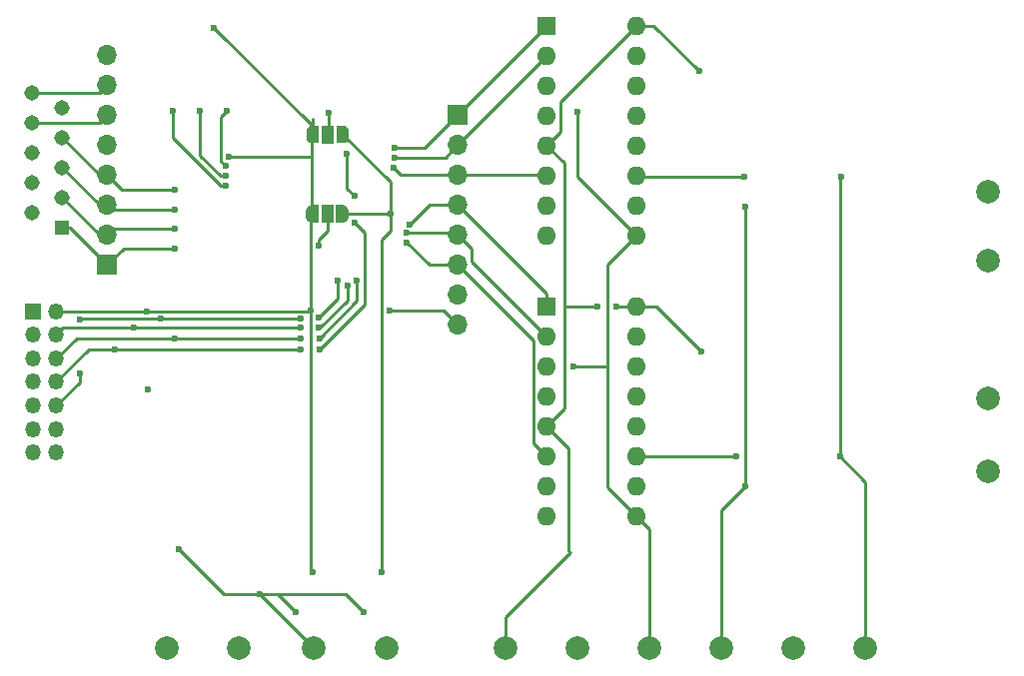
<source format=gbr>
G04 #@! TF.GenerationSoftware,KiCad,Pcbnew,(5.1.9-0-10_14)*
G04 #@! TF.CreationDate,2021-04-25T13:48:21+02:00*
G04 #@! TF.ProjectId,dac-i2s-nos,6461632d-6932-4732-9d6e-6f732e6b6963,rev?*
G04 #@! TF.SameCoordinates,Original*
G04 #@! TF.FileFunction,Copper,L2,Bot*
G04 #@! TF.FilePolarity,Positive*
%FSLAX46Y46*%
G04 Gerber Fmt 4.6, Leading zero omitted, Abs format (unit mm)*
G04 Created by KiCad (PCBNEW (5.1.9-0-10_14)) date 2021-04-25 13:48:21*
%MOMM*%
%LPD*%
G01*
G04 APERTURE LIST*
G04 #@! TA.AperFunction,ComponentPad*
%ADD10O,1.350000X1.350000*%
G04 #@! TD*
G04 #@! TA.AperFunction,ComponentPad*
%ADD11R,1.350000X1.350000*%
G04 #@! TD*
G04 #@! TA.AperFunction,ComponentPad*
%ADD12O,1.700000X1.700000*%
G04 #@! TD*
G04 #@! TA.AperFunction,ComponentPad*
%ADD13R,1.700000X1.700000*%
G04 #@! TD*
G04 #@! TA.AperFunction,ComponentPad*
%ADD14C,2.000000*%
G04 #@! TD*
G04 #@! TA.AperFunction,ComponentPad*
%ADD15O,1.600000X1.600000*%
G04 #@! TD*
G04 #@! TA.AperFunction,ComponentPad*
%ADD16R,1.600000X1.600000*%
G04 #@! TD*
G04 #@! TA.AperFunction,SMDPad,CuDef*
%ADD17R,1.000000X1.500000*%
G04 #@! TD*
G04 #@! TA.AperFunction,SMDPad,CuDef*
%ADD18C,0.100000*%
G04 #@! TD*
G04 #@! TA.AperFunction,ComponentPad*
%ADD19R,1.308000X1.308000*%
G04 #@! TD*
G04 #@! TA.AperFunction,ComponentPad*
%ADD20C,1.308000*%
G04 #@! TD*
G04 #@! TA.AperFunction,ViaPad*
%ADD21C,0.600000*%
G04 #@! TD*
G04 #@! TA.AperFunction,Conductor*
%ADD22C,0.250000*%
G04 #@! TD*
G04 APERTURE END LIST*
D10*
X114808000Y-105599000D03*
X112808000Y-105599000D03*
X114808000Y-103599000D03*
X112808000Y-103599000D03*
X114808000Y-101599000D03*
X112808000Y-101599000D03*
X114808000Y-99599000D03*
X112808000Y-99599000D03*
X114808000Y-97599000D03*
X112808000Y-97599000D03*
X114808000Y-95599000D03*
X112808000Y-95599000D03*
X114808000Y-93599000D03*
D11*
X112808000Y-93599000D03*
D12*
X148844000Y-94742000D03*
X148844000Y-92202000D03*
X148844000Y-89662000D03*
X148844000Y-87122000D03*
X148844000Y-84582000D03*
X148844000Y-82042000D03*
X148844000Y-79502000D03*
D13*
X148844000Y-76962000D03*
D14*
X193802000Y-100965000D03*
X193802000Y-107188000D03*
D15*
X163978000Y-93218000D03*
X156358000Y-110998000D03*
X163978000Y-95758000D03*
X156358000Y-108458000D03*
X163978000Y-98298000D03*
X156358000Y-105918000D03*
X163978000Y-100838000D03*
X156358000Y-103378000D03*
X163978000Y-103378000D03*
X156358000Y-100838000D03*
X163978000Y-105918000D03*
X156358000Y-98298000D03*
X163978000Y-108458000D03*
X156358000Y-95758000D03*
X163978000Y-110998000D03*
D16*
X156358000Y-93218000D03*
D14*
X177292000Y-122174000D03*
X171196000Y-122174000D03*
X183388000Y-122174000D03*
X193802000Y-89281000D03*
X193802000Y-83439000D03*
X159004000Y-122174000D03*
X152908000Y-122174000D03*
X165100000Y-122174000D03*
D15*
X164002501Y-69393001D03*
X156382501Y-87173001D03*
X164002501Y-71933001D03*
X156382501Y-84633001D03*
X164002501Y-74473001D03*
X156382501Y-82093001D03*
X164002501Y-77013001D03*
X156382501Y-79553001D03*
X164002501Y-79553001D03*
X156382501Y-77013001D03*
X164002501Y-82093001D03*
X156382501Y-74473001D03*
X164002501Y-84633001D03*
X156382501Y-71933001D03*
X164002501Y-87173001D03*
D16*
X156382501Y-69393001D03*
D17*
X137795000Y-78613000D03*
G04 #@! TA.AperFunction,SMDPad,CuDef*
D18*
G36*
X139095000Y-77863602D02*
G01*
X139119534Y-77863602D01*
X139168365Y-77868412D01*
X139216490Y-77877984D01*
X139263445Y-77892228D01*
X139308778Y-77911005D01*
X139352051Y-77934136D01*
X139392850Y-77961396D01*
X139430779Y-77992524D01*
X139465476Y-78027221D01*
X139496604Y-78065150D01*
X139523864Y-78105949D01*
X139546995Y-78149222D01*
X139565772Y-78194555D01*
X139580016Y-78241510D01*
X139589588Y-78289635D01*
X139594398Y-78338466D01*
X139594398Y-78363000D01*
X139595000Y-78363000D01*
X139595000Y-78863000D01*
X139594398Y-78863000D01*
X139594398Y-78887534D01*
X139589588Y-78936365D01*
X139580016Y-78984490D01*
X139565772Y-79031445D01*
X139546995Y-79076778D01*
X139523864Y-79120051D01*
X139496604Y-79160850D01*
X139465476Y-79198779D01*
X139430779Y-79233476D01*
X139392850Y-79264604D01*
X139352051Y-79291864D01*
X139308778Y-79314995D01*
X139263445Y-79333772D01*
X139216490Y-79348016D01*
X139168365Y-79357588D01*
X139119534Y-79362398D01*
X139095000Y-79362398D01*
X139095000Y-79363000D01*
X138545000Y-79363000D01*
X138545000Y-77863000D01*
X139095000Y-77863000D01*
X139095000Y-77863602D01*
G37*
G04 #@! TD.AperFunction*
G04 #@! TA.AperFunction,SMDPad,CuDef*
G36*
X137045000Y-79363000D02*
G01*
X136495000Y-79363000D01*
X136495000Y-79362398D01*
X136470466Y-79362398D01*
X136421635Y-79357588D01*
X136373510Y-79348016D01*
X136326555Y-79333772D01*
X136281222Y-79314995D01*
X136237949Y-79291864D01*
X136197150Y-79264604D01*
X136159221Y-79233476D01*
X136124524Y-79198779D01*
X136093396Y-79160850D01*
X136066136Y-79120051D01*
X136043005Y-79076778D01*
X136024228Y-79031445D01*
X136009984Y-78984490D01*
X136000412Y-78936365D01*
X135995602Y-78887534D01*
X135995602Y-78863000D01*
X135995000Y-78863000D01*
X135995000Y-78363000D01*
X135995602Y-78363000D01*
X135995602Y-78338466D01*
X136000412Y-78289635D01*
X136009984Y-78241510D01*
X136024228Y-78194555D01*
X136043005Y-78149222D01*
X136066136Y-78105949D01*
X136093396Y-78065150D01*
X136124524Y-78027221D01*
X136159221Y-77992524D01*
X136197150Y-77961396D01*
X136237949Y-77934136D01*
X136281222Y-77911005D01*
X136326555Y-77892228D01*
X136373510Y-77877984D01*
X136421635Y-77868412D01*
X136470466Y-77863602D01*
X136495000Y-77863602D01*
X136495000Y-77863000D01*
X137045000Y-77863000D01*
X137045000Y-79363000D01*
G37*
G04 #@! TD.AperFunction*
D17*
X137765000Y-85344000D03*
G04 #@! TA.AperFunction,SMDPad,CuDef*
D18*
G36*
X139065000Y-84594602D02*
G01*
X139089534Y-84594602D01*
X139138365Y-84599412D01*
X139186490Y-84608984D01*
X139233445Y-84623228D01*
X139278778Y-84642005D01*
X139322051Y-84665136D01*
X139362850Y-84692396D01*
X139400779Y-84723524D01*
X139435476Y-84758221D01*
X139466604Y-84796150D01*
X139493864Y-84836949D01*
X139516995Y-84880222D01*
X139535772Y-84925555D01*
X139550016Y-84972510D01*
X139559588Y-85020635D01*
X139564398Y-85069466D01*
X139564398Y-85094000D01*
X139565000Y-85094000D01*
X139565000Y-85594000D01*
X139564398Y-85594000D01*
X139564398Y-85618534D01*
X139559588Y-85667365D01*
X139550016Y-85715490D01*
X139535772Y-85762445D01*
X139516995Y-85807778D01*
X139493864Y-85851051D01*
X139466604Y-85891850D01*
X139435476Y-85929779D01*
X139400779Y-85964476D01*
X139362850Y-85995604D01*
X139322051Y-86022864D01*
X139278778Y-86045995D01*
X139233445Y-86064772D01*
X139186490Y-86079016D01*
X139138365Y-86088588D01*
X139089534Y-86093398D01*
X139065000Y-86093398D01*
X139065000Y-86094000D01*
X138515000Y-86094000D01*
X138515000Y-84594000D01*
X139065000Y-84594000D01*
X139065000Y-84594602D01*
G37*
G04 #@! TD.AperFunction*
G04 #@! TA.AperFunction,SMDPad,CuDef*
G36*
X137015000Y-86094000D02*
G01*
X136465000Y-86094000D01*
X136465000Y-86093398D01*
X136440466Y-86093398D01*
X136391635Y-86088588D01*
X136343510Y-86079016D01*
X136296555Y-86064772D01*
X136251222Y-86045995D01*
X136207949Y-86022864D01*
X136167150Y-85995604D01*
X136129221Y-85964476D01*
X136094524Y-85929779D01*
X136063396Y-85891850D01*
X136036136Y-85851051D01*
X136013005Y-85807778D01*
X135994228Y-85762445D01*
X135979984Y-85715490D01*
X135970412Y-85667365D01*
X135965602Y-85618534D01*
X135965602Y-85594000D01*
X135965000Y-85594000D01*
X135965000Y-85094000D01*
X135965602Y-85094000D01*
X135965602Y-85069466D01*
X135970412Y-85020635D01*
X135979984Y-84972510D01*
X135994228Y-84925555D01*
X136013005Y-84880222D01*
X136036136Y-84836949D01*
X136063396Y-84796150D01*
X136094524Y-84758221D01*
X136129221Y-84723524D01*
X136167150Y-84692396D01*
X136207949Y-84665136D01*
X136251222Y-84642005D01*
X136296555Y-84623228D01*
X136343510Y-84608984D01*
X136391635Y-84599412D01*
X136440466Y-84594602D01*
X136465000Y-84594602D01*
X136465000Y-84594000D01*
X137015000Y-84594000D01*
X137015000Y-86094000D01*
G37*
G04 #@! TD.AperFunction*
D19*
X115294000Y-86490000D03*
D20*
X112754000Y-85220000D03*
X115294000Y-83950000D03*
X112754000Y-82680000D03*
X115294000Y-81410000D03*
X112754000Y-80140000D03*
X115294000Y-78870000D03*
X112754000Y-77600000D03*
X115294000Y-76330000D03*
X112754000Y-75060000D03*
D12*
X119126000Y-71882000D03*
X119126000Y-74422000D03*
X119126000Y-76962000D03*
X119126000Y-79502000D03*
X119126000Y-82042000D03*
X119126000Y-84582000D03*
X119126000Y-87122000D03*
D13*
X119126000Y-89662000D03*
D14*
X130302000Y-122174000D03*
X124206000Y-122174000D03*
X142811500Y-122174000D03*
X136652000Y-122174000D03*
D21*
X122555000Y-100203000D03*
X136530000Y-115755500D03*
X129387000Y-80544000D03*
X128190000Y-69549000D03*
X122491500Y-93599000D03*
X136365999Y-93545500D03*
X143065500Y-93535500D03*
X124714000Y-76581000D03*
X129159000Y-82931000D03*
X142367000Y-115697000D03*
X143129000Y-85344000D03*
X137856000Y-76774000D03*
X124841000Y-83312000D03*
X124841000Y-84963000D03*
X124841000Y-86614000D03*
X124841000Y-88265000D03*
X125222000Y-113792000D03*
X135128000Y-119126000D03*
X140843000Y-119126000D03*
X132080000Y-117602000D03*
X140271500Y-90995500D03*
X137096500Y-95885000D03*
X135509000Y-95885000D03*
X124841000Y-95885000D03*
X139446000Y-80264000D03*
X140081000Y-83820000D03*
X140081000Y-86106000D03*
X137096500Y-96837500D03*
X135509000Y-96837500D03*
X119761000Y-96837500D03*
X138684000Y-90995500D03*
X137033000Y-94170500D03*
X135509000Y-94224000D03*
X116776500Y-98869500D03*
X116776500Y-94297500D03*
X123644500Y-94224000D03*
X139453895Y-91437231D03*
X137033000Y-94996000D03*
X135509000Y-95024003D03*
X121383997Y-95024003D03*
X137033000Y-88074500D03*
X129286000Y-76581000D03*
X129150272Y-81308175D03*
X127000000Y-76581000D03*
X129159000Y-82130997D03*
X143510000Y-79756000D03*
X144780000Y-86233000D03*
X159004000Y-76708000D03*
X158623000Y-98298000D03*
X169304500Y-73265500D03*
X169456500Y-96989500D03*
X162306000Y-93218000D03*
X160655000Y-93218000D03*
X173101000Y-82169000D03*
X173228000Y-84709000D03*
X173228000Y-108458000D03*
X181356000Y-82169000D03*
X181229000Y-105918000D03*
X172466000Y-105918000D03*
X143383000Y-81407000D03*
X143510000Y-80556003D03*
X144526969Y-87774571D03*
X144482887Y-86975784D03*
D22*
X136530000Y-115755500D02*
X136365999Y-115591499D01*
X136495000Y-77854000D02*
X128190000Y-69549000D01*
X136495000Y-78613000D02*
X136495000Y-77854000D01*
X136495000Y-77854000D02*
X136495000Y-77320998D01*
X136365999Y-85443001D02*
X136465000Y-85344000D01*
X136465000Y-78643000D02*
X136495000Y-78613000D01*
X136424000Y-80544000D02*
X136465000Y-80585000D01*
X136465000Y-80585000D02*
X136465000Y-78643000D01*
X129387000Y-80544000D02*
X136424000Y-80544000D01*
X136465000Y-85344000D02*
X136465000Y-80585000D01*
X136271000Y-93599000D02*
X136365999Y-93693999D01*
X136365999Y-93693999D02*
X136365999Y-85443001D01*
X136365999Y-98457001D02*
X136365999Y-93693999D01*
X136365999Y-98584001D02*
X136365999Y-98457001D01*
X136333998Y-98552000D02*
X136365999Y-98584001D01*
X136365999Y-115591499D02*
X136365999Y-98584001D01*
X122682000Y-93599000D02*
X136271000Y-93599000D01*
X122491500Y-93599000D02*
X122682000Y-93599000D01*
X114808000Y-93599000D02*
X122491500Y-93599000D01*
X148844000Y-94742000D02*
X147637500Y-93535500D01*
X147637500Y-93535500D02*
X143065500Y-93535500D01*
X124714000Y-78910264D02*
X124714000Y-76581000D01*
X128734736Y-82931000D02*
X124714000Y-78910264D01*
X129159000Y-82931000D02*
X128734736Y-82931000D01*
X143129000Y-85344000D02*
X143129000Y-82647000D01*
X139065000Y-85344000D02*
X143129000Y-85344000D01*
X143129000Y-82647000D02*
X139095000Y-78613000D01*
X143129000Y-85344000D02*
X143129000Y-86804500D01*
X142367000Y-87566500D02*
X142367000Y-115697000D01*
X143129000Y-86804500D02*
X142367000Y-87566500D01*
X137856000Y-78552000D02*
X137795000Y-78613000D01*
X137856000Y-76774000D02*
X137856000Y-78552000D01*
X118488000Y-77600000D02*
X119126000Y-76962000D01*
X112754000Y-77600000D02*
X118488000Y-77600000D01*
X112754000Y-79961078D02*
X112754000Y-80140000D01*
X118466000Y-82042000D02*
X119126000Y-82042000D01*
X115294000Y-78870000D02*
X118466000Y-82042000D01*
X120396000Y-83312000D02*
X119126000Y-82042000D01*
X124841000Y-83312000D02*
X120396000Y-83312000D01*
X118466000Y-84582000D02*
X119126000Y-84582000D01*
X115294000Y-81410000D02*
X118466000Y-84582000D01*
X119507000Y-84963000D02*
X119126000Y-84582000D01*
X124841000Y-84963000D02*
X119507000Y-84963000D01*
X118466000Y-87122000D02*
X119126000Y-87122000D01*
X115294000Y-83950000D02*
X118466000Y-87122000D01*
X119634000Y-86614000D02*
X119126000Y-87122000D01*
X124841000Y-86614000D02*
X119634000Y-86614000D01*
X119126000Y-89662000D02*
X118466000Y-89662000D01*
X115954000Y-86490000D02*
X119126000Y-89662000D01*
X115294000Y-86490000D02*
X115954000Y-86490000D01*
X120523000Y-88265000D02*
X119126000Y-89662000D01*
X124841000Y-88265000D02*
X120523000Y-88265000D01*
X129032000Y-117602000D02*
X132080000Y-117602000D01*
X125222000Y-113792000D02*
X129032000Y-117602000D01*
X132080000Y-117602000D02*
X136652000Y-122174000D01*
X133604000Y-117602000D02*
X135128000Y-119126000D01*
X132080000Y-117602000D02*
X133604000Y-117602000D01*
X140843000Y-119126000D02*
X139319000Y-117602000D01*
X139319000Y-117602000D02*
X133604000Y-117602000D01*
X114872000Y-97663000D02*
X114808000Y-97599000D01*
X140271500Y-92710000D02*
X137096500Y-95885000D01*
X140271500Y-90995500D02*
X140271500Y-92710000D01*
X116522000Y-95885000D02*
X114808000Y-97599000D01*
X124841000Y-95885000D02*
X116522000Y-95885000D01*
X135509000Y-95885000D02*
X124841000Y-95885000D01*
X139446000Y-83185000D02*
X140081000Y-83820000D01*
X139446000Y-80264000D02*
X139446000Y-83185000D01*
X140896501Y-93037499D02*
X137096500Y-96837500D01*
X140896501Y-86921501D02*
X140896501Y-93037499D01*
X140081000Y-86106000D02*
X140896501Y-86921501D01*
X117569500Y-96837500D02*
X114808000Y-99599000D01*
X119761000Y-96837500D02*
X117569500Y-96837500D01*
X135509000Y-96837500D02*
X119761000Y-96837500D01*
X138684000Y-92519500D02*
X137033000Y-94170500D01*
X138684000Y-90995500D02*
X138684000Y-92519500D01*
X116850000Y-94224000D02*
X116776500Y-94297500D01*
X116776500Y-99630500D02*
X114808000Y-101599000D01*
X116776500Y-98869500D02*
X116776500Y-99630500D01*
X121338500Y-94224000D02*
X116850000Y-94224000D01*
X123644500Y-94224000D02*
X121338500Y-94224000D01*
X135509000Y-94224000D02*
X123644500Y-94224000D01*
X137132502Y-94996000D02*
X137033000Y-94996000D01*
X139453895Y-92674607D02*
X137132502Y-94996000D01*
X139453895Y-91437231D02*
X139453895Y-92674607D01*
X115382997Y-95024003D02*
X114808000Y-95599000D01*
X119097997Y-95024003D02*
X115382997Y-95024003D01*
X121383997Y-95024003D02*
X119097997Y-95024003D01*
X135509000Y-95024003D02*
X121383997Y-95024003D01*
X137765000Y-86771000D02*
X137765000Y-85344000D01*
X137033000Y-87503000D02*
X137765000Y-86771000D01*
X137033000Y-88074500D02*
X137033000Y-87503000D01*
X128761999Y-77105001D02*
X129286000Y-76581000D01*
X128761999Y-80919902D02*
X128761999Y-77105001D01*
X129150272Y-81308175D02*
X128761999Y-80919902D01*
X127000000Y-80396261D02*
X127000000Y-76581000D01*
X128734736Y-82130997D02*
X127000000Y-80396261D01*
X129159000Y-82130997D02*
X128734736Y-82130997D01*
X118488000Y-75060000D02*
X119126000Y-74422000D01*
X112754000Y-75060000D02*
X118488000Y-75060000D01*
X156158999Y-69393001D02*
X156382501Y-69393001D01*
X156306502Y-69469000D02*
X156382501Y-69393001D01*
X148844000Y-76931502D02*
X156382501Y-69393001D01*
X148844000Y-76962000D02*
X148844000Y-76931502D01*
X146050000Y-79756000D02*
X148844000Y-76962000D01*
X143510000Y-79756000D02*
X146050000Y-79756000D01*
X156358000Y-92096000D02*
X156358000Y-93218000D01*
X148844000Y-84582000D02*
X156358000Y-92096000D01*
X146431000Y-84582000D02*
X148844000Y-84582000D01*
X144780000Y-86233000D02*
X146431000Y-84582000D01*
X159004000Y-82174500D02*
X159004000Y-76708000D01*
X164002501Y-87173001D02*
X159004000Y-82174500D01*
X165100000Y-112120000D02*
X163978000Y-110998000D01*
X165100000Y-122174000D02*
X165100000Y-112120000D01*
X164002501Y-87173001D02*
X161544000Y-89631502D01*
X161544000Y-108564000D02*
X161935500Y-108955500D01*
X163978000Y-110998000D02*
X161935500Y-108955500D01*
X158623000Y-98298000D02*
X161544000Y-98298000D01*
X161544000Y-98298000D02*
X161544000Y-108564000D01*
X161544000Y-89631502D02*
X161544000Y-98298000D01*
X157507502Y-78428000D02*
X157507502Y-75888000D01*
X156382501Y-79553001D02*
X157507502Y-78428000D01*
X160130002Y-73265500D02*
X160004751Y-73390751D01*
X160004751Y-73390751D02*
X164002501Y-69393001D01*
X157507502Y-75888000D02*
X160004751Y-73390751D01*
X165685000Y-93218000D02*
X169456500Y-96989500D01*
X163978000Y-93218000D02*
X165685000Y-93218000D01*
X165432001Y-69393001D02*
X169304500Y-73265500D01*
X164002501Y-69393001D02*
X165432001Y-69393001D01*
X152908000Y-122174000D02*
X152908000Y-119507000D01*
X152908000Y-119507000D02*
X158369000Y-114046000D01*
X158369000Y-114046000D02*
X158242000Y-113919000D01*
X158242000Y-105262000D02*
X156358000Y-103378000D01*
X158242000Y-113919000D02*
X158242000Y-105262000D01*
X156358000Y-103378000D02*
X157882000Y-101854000D01*
X157882000Y-81052500D02*
X156382501Y-79553001D01*
X163978000Y-93218000D02*
X162306000Y-93218000D01*
X157988000Y-93218000D02*
X157882000Y-93112000D01*
X160655000Y-93218000D02*
X157988000Y-93218000D01*
X157882000Y-93112000D02*
X157882000Y-81052500D01*
X157882000Y-101854000D02*
X157882000Y-93112000D01*
X164078500Y-82169000D02*
X164002501Y-82093001D01*
X173101000Y-82169000D02*
X164078500Y-82169000D01*
X173228000Y-108458000D02*
X173228000Y-84709000D01*
X171196000Y-110490000D02*
X173228000Y-108458000D01*
X171196000Y-122174000D02*
X171196000Y-110490000D01*
X181229000Y-82296000D02*
X181356000Y-82169000D01*
X181229000Y-105918000D02*
X181229000Y-82296000D01*
X183388000Y-108077000D02*
X181229000Y-105918000D01*
X183388000Y-122174000D02*
X183388000Y-108077000D01*
X172466000Y-105918000D02*
X163978000Y-105918000D01*
X144018000Y-82042000D02*
X148844000Y-82042000D01*
X143383000Y-81407000D02*
X144018000Y-82042000D01*
X156331500Y-82042000D02*
X156382501Y-82093001D01*
X148844000Y-82042000D02*
X156331500Y-82042000D01*
X156382501Y-71963499D02*
X156382501Y-71933001D01*
X148844000Y-79502000D02*
X156382501Y-71963499D01*
X147789997Y-80556003D02*
X148844000Y-79502000D01*
X143510000Y-80556003D02*
X147789997Y-80556003D01*
X155232999Y-104792999D02*
X156358000Y-105918000D01*
X155232999Y-96050999D02*
X155232999Y-104792999D01*
X148844000Y-89662000D02*
X155232999Y-96050999D01*
X146414398Y-89662000D02*
X148844000Y-89662000D01*
X144526969Y-87774571D02*
X146414398Y-89662000D01*
X150019001Y-89419001D02*
X156358000Y-95758000D01*
X150019001Y-88297001D02*
X150019001Y-89419001D01*
X148844000Y-87122000D02*
X150019001Y-88297001D01*
X148697784Y-86975784D02*
X148844000Y-87122000D01*
X144482887Y-86975784D02*
X148697784Y-86975784D01*
M02*

</source>
